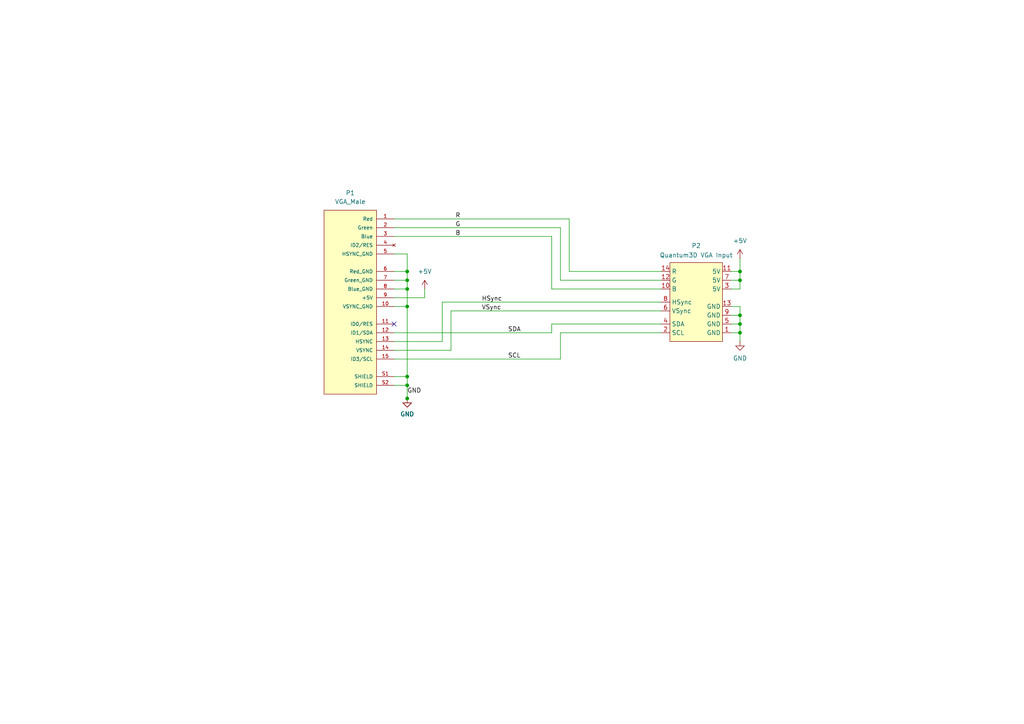
<source format=kicad_sch>
(kicad_sch (version 20231120) (generator "eeschema") (generator_version "8.0")
  (paper "A4")
  (lib_symbols
    (symbol "Quantum3D Voodoo2:Quantum_VGA_IN_J2"
      (property "Reference" "P" (at 7.874 1.524 0))
      (symbol "Quantum_VGA_IN_J2_0_0"
        (pin power_in line (at 17.78 -20.32 180) (length 2.54) (name "GND") (number "1"))
        (pin input line (at -2.54 -7.62 0) (length 2.54) (name "B") (number "10"))
        (pin power_out line (at 17.78 -2.54 180) (length 2.54) (name "5V") (number "11"))
        (pin input line (at -2.54 -5.08 0) (length 2.54) (name "G") (number "12"))
        (pin power_in line (at 17.78 -12.7 180) (length 2.54) (name "GND") (number "13"))
        (pin input line (at -2.54 -2.54 0) (length 2.54) (name "R") (number "14"))
        (pin power_out line (at 17.78 -7.62 180) (length 2.54) (name "5V") (number "3"))
        (pin power_in line (at 17.78 -17.78 180) (length 2.54) (name "GND") (number "5"))
        (pin input line (at -2.54 -13.97 0) (length 2.54) (name "VSync") (number "6"))
        (pin power_out line (at 17.78 -5.08 180) (length 2.54) (name "5V") (number "7"))
        (pin input line (at -2.54 -11.43 0) (length 2.54) (name "HSync") (number "8"))
        (pin power_in line (at 17.78 -15.24 180) (length 2.54) (name "GND") (number "9"))
      )
      (symbol "Quantum_VGA_IN_J2_1_0"
        (pin input line (at -2.54 -20.32 0) (length 2.54) (name "SCL") (number "2"))
        (pin input line (at -2.54 -17.78 0) (length 2.54) (name "SDA") (number "4"))
      )
      (symbol "Quantum_VGA_IN_J2_1_1"
        (rectangle (start 0 0) (end 15.24 -22.86) (fill (type background)))
      )
    )
    (symbol "Quantum3D Voodoo2:VGA_Male" (pin_names (offset 1.016))
      (property "Reference" "P" (at -7.62 26.67 0))
      (property "Value" "VGA_Male" (at -8.89 -31.75 0))
      (symbol "VGA_Male_0_0"
        (rectangle (start -7.62 -27.94) (end 7.62 25.4) (stroke (width 0.1524)) (fill (type background)))
        (pin passive line (at -12.7 22.86 0) (length 5.08) (name "Red") (number "1"))
        (pin passive line (at -12.7 -2.54 0) (length 5.08) (name "VSYNC_GND") (number "10"))
        (pin passive line (at -12.7 -7.62 0) (length 5.08) (name "ID0/RES") (number "11"))
        (pin passive line (at -12.7 -10.16 0) (length 5.08) (name "ID1/SDA") (number "12"))
        (pin passive line (at -12.7 -12.7 0) (length 5.08) (name "HSYNC") (number "13"))
        (pin passive line (at -12.7 -15.24 0) (length 5.08) (name "VSYNC") (number "14"))
        (pin passive line (at -12.7 -17.78 0) (length 5.08) (name "ID3/SCL") (number "15"))
        (pin passive line (at -12.7 20.32 0) (length 5.08) (name "Green") (number "2"))
        (pin passive line (at -12.7 17.78 0) (length 5.08) (name "Blue") (number "3"))
        (pin no_connect line (at -12.7 15.24 0) (length 5.08) (name "ID2/RES") (number "4"))
        (pin passive line (at -12.7 12.7 0) (length 5.08) (name "HSYNC_GND") (number "5"))
        (pin passive line (at -12.7 7.62 0) (length 5.08) (name "Red_GND") (number "6"))
        (pin passive line (at -12.7 5.08 0) (length 5.08) (name "Green_GND") (number "7"))
        (pin passive line (at -12.7 2.54 0) (length 5.08) (name "Blue_GND") (number "8"))
        (pin passive line (at -12.7 0 0) (length 5.08) (name "+5V") (number "9"))
        (pin passive line (at -12.7 -22.86 0) (length 5.08) (name "SHIELD") (number "S1"))
        (pin passive line (at -12.7 -25.4 0) (length 5.08) (name "SHIELD") (number "S2"))
      )
    )
    (symbol "power:+5V" (power) (pin_numbers hide) (pin_names (offset 0) hide)
      (property "Value" "+5V" (at 0 3.556 0))
      (symbol "+5V_0_1"
        (polyline (pts (xy -0.762 1.27) (xy 0 2.54)))
        (polyline (pts (xy 0 0) (xy 0 2.54)))
        (polyline (pts (xy 0 2.54) (xy 0.762 1.27)))
      )
      (symbol "+5V_1_1"
        (pin power_in line (at 0 0 90) (length 0) (name "~") (number "1"))
      )
    )
    (symbol "power:GND" (power) (pin_numbers hide) (pin_names (offset 0) hide)
      (property "Value" "GND" (at 0 -3.81 0))
      (symbol "GND_0_1"
        (polyline (pts (xy 0 0) (xy 0 -1.27) (xy 1.27 -1.27) (xy 0 -2.54) (xy -1.27 -1.27) (xy 0 -1.27)))
      )
      (symbol "GND_1_1"
        (pin power_in line (at 0 0 270) (length 0) (name "~") (number "1"))
      )
    )
  )
  (junction (at 118.11 88.9))
  (junction (at 118.11 115.57))
  (junction (at 118.11 109.22))
  (junction (at 214.63 81.28))
  (junction (at 118.11 83.82))
  (junction (at 118.11 81.28))
  (junction (at 214.63 91.44))
  (junction (at 118.11 111.76))
  (junction (at 214.63 96.52))
  (junction (at 214.63 93.98))
  (junction (at 118.11 78.74))
  (junction (at 214.63 78.74))
  (no_connect (at 114.3 93.98))
  (wire (pts (xy 214.63 88.9) (xy 214.63 91.44)))
  (wire (pts (xy 118.11 109.22) (xy 118.11 111.76)))
  (wire (pts (xy 214.63 81.28) (xy 214.63 83.82)))
  (wire (pts (xy 160.02 68.58) (xy 160.02 83.82)))
  (wire (pts (xy 114.3 109.22) (xy 118.11 109.22)))
  (wire (pts (xy 114.3 104.14) (xy 162.56 104.14)))
  (wire (pts (xy 128.27 87.63) (xy 191.77 87.63)))
  (wire (pts (xy 114.3 73.66) (xy 118.11 73.66)))
  (wire (pts (xy 128.27 87.63) (xy 128.27 99.06)))
  (wire (pts (xy 123.19 83.82) (xy 123.19 86.36)))
  (wire (pts (xy 160.02 93.98) (xy 160.02 96.52)))
  (wire (pts (xy 214.63 91.44) (xy 214.63 93.98)))
  (wire (pts (xy 214.63 74.93) (xy 214.63 78.74)))
  (wire (pts (xy 160.02 96.52) (xy 114.3 96.52)))
  (wire (pts (xy 212.09 96.52) (xy 214.63 96.52)))
  (wire (pts (xy 118.11 83.82) (xy 118.11 88.9)))
  (wire (pts (xy 130.81 101.6) (xy 130.81 90.17)))
  (wire (pts (xy 118.11 78.74) (xy 118.11 81.28)))
  (wire (pts (xy 165.1 78.74) (xy 191.77 78.74)))
  (wire (pts (xy 118.11 111.76) (xy 118.11 115.57)))
  (wire (pts (xy 214.63 78.74) (xy 214.63 81.28)))
  (wire (pts (xy 212.09 78.74) (xy 214.63 78.74)))
  (wire (pts (xy 160.02 83.82) (xy 191.77 83.82)))
  (wire (pts (xy 118.11 81.28) (xy 118.11 83.82)))
  (wire (pts (xy 114.3 83.82) (xy 118.11 83.82)))
  (wire (pts (xy 130.81 90.17) (xy 191.77 90.17)))
  (wire (pts (xy 162.56 66.04) (xy 162.56 81.28)))
  (wire (pts (xy 114.3 111.76) (xy 118.11 111.76)))
  (wire (pts (xy 214.63 93.98) (xy 214.63 96.52)))
  (wire (pts (xy 114.3 101.6) (xy 130.81 101.6)))
  (wire (pts (xy 114.3 63.5) (xy 165.1 63.5)))
  (wire (pts (xy 214.63 96.52) (xy 214.63 99.06)))
  (wire (pts (xy 212.09 93.98) (xy 214.63 93.98)))
  (wire (pts (xy 162.56 96.52) (xy 191.77 96.52)))
  (wire (pts (xy 118.11 88.9) (xy 118.11 109.22)))
  (wire (pts (xy 191.77 93.98) (xy 160.02 93.98)))
  (wire (pts (xy 212.09 81.28) (xy 214.63 81.28)))
  (wire (pts (xy 212.09 88.9) (xy 214.63 88.9)))
  (wire (pts (xy 114.3 81.28) (xy 118.11 81.28)))
  (wire (pts (xy 114.3 86.36) (xy 123.19 86.36)))
  (wire (pts (xy 114.3 66.04) (xy 162.56 66.04)))
  (wire (pts (xy 162.56 81.28) (xy 191.77 81.28)))
  (wire (pts (xy 212.09 91.44) (xy 214.63 91.44)))
  (wire (pts (xy 212.09 83.82) (xy 214.63 83.82)))
  (wire (pts (xy 114.3 88.9) (xy 118.11 88.9)))
  (wire (pts (xy 114.3 99.06) (xy 128.27 99.06)))
  (wire (pts (xy 162.56 104.14) (xy 162.56 96.52)))
  (wire (pts (xy 165.1 63.5) (xy 165.1 78.74)))
  (wire (pts (xy 118.11 73.66) (xy 118.11 78.74)))
  (wire (pts (xy 114.3 78.74) (xy 118.11 78.74)))
  (wire (pts (xy 114.3 68.58) (xy 160.02 68.58)))
  (label "B" (at 132.08 68.58 0))
  (label "VSync" (at 139.7 90.17 0))
  (label "R" (at 132.08 63.5 0))
  (label "SCL" (at 147.32 104.14 0))
  (label "SDA" (at 147.32 96.52 0))
  (label "GND" (at 118.11 114.3 0))
  (label "HSync" (at 139.7 87.63 0))
  (label "G" (at 132.08 66.04 0))
  (symbol (lib_id "Quantum3D Voodoo2:Quantum_VGA_IN_J2") (at 194.31 76.2 0) (unit 1)
    (property "Reference" "P2" (at 201.9228 71.2744 0))
    (property "Value" "Quantum3D VGA Input" (at 201.93 74.0072 0))
    (property "Footprint" "Quantum3D Voodoo2:Quantum3D_VGA_IN_Female" (effects (hide yes)))
  )
  (symbol (lib_id "power:GND") (at 118.11 115.57 0) (unit 1)
    (property "Reference" "#PWR01" (effects (hide yes)))
    (property "Value" "GND" (at 118.11 120.0987 0))
    (property "Description" "Power symbol creates a global label with name \"GND\" , ground" (effects (hide yes)))
  )
  (symbol (lib_id "power:+5V") (at 214.63 74.93 0) (unit 1)
    (property "Reference" "#PWR04" (effects (hide yes)))
    (property "Value" "+5V" (at 214.63 69.85 0))
    (property "Description" "Power symbol creates a global label with name \"+5V\"" (effects (hide yes)))
  )
  (symbol (lib_id "Quantum3D Voodoo2:VGA_Male") (at 101.6 86.36 0) (mirror y) (unit 1)
    (property "Reference" "P1" (at 101.6 55.9624 0))
    (property "Value" "VGA_Male" (at 101.6 58.5024 0))
    (property "Footprint" "Quantum3D Voodoo2:VGA_male_rightangle_slim" (effects (hide yes)))
    (property "MANUFACTURER" "Amphenol" (effects (hide yes)))
    (property "MAXIMUM_PACKAGE_HEIGHT" "12.55mm" (effects (hide yes)))
    (property "STANDARD" "Manufacturer Recommendations" (effects (hide yes)))
    (property "PARTREV" "N/A" (effects (hide yes)))
  )
  (symbol (lib_id "power:+5V") (at 123.19 83.82 0) (unit 1)
    (property "Reference" "#PWR06" (effects (hide yes)))
    (property "Value" "+5V" (at 123.19 78.74 0))
    (property "Description" "Power symbol creates a global label with name \"+5V\"" (effects (hide yes)))
  )
  (symbol (lib_id "power:GND") (at 118.11 115.57 0) (unit 1)
    (property "Reference" "#PWR02" (effects (hide yes)))
    (property "Value" "GND" (at 118.11 120.0987 0))
    (property "Description" "Power symbol creates a global label with name \"GND\" , ground" (effects (hide yes)))
  )
  (symbol (lib_id "power:GND") (at 214.63 99.06 0) (unit 1)
    (property "Reference" "#PWR03" (effects (hide yes)))
    (property "Value" "GND" (at 214.63 103.9207 0))
    (property "Description" "Power symbol creates a global label with name \"GND\" , ground" (effects (hide yes)))
  )
)
</source>
